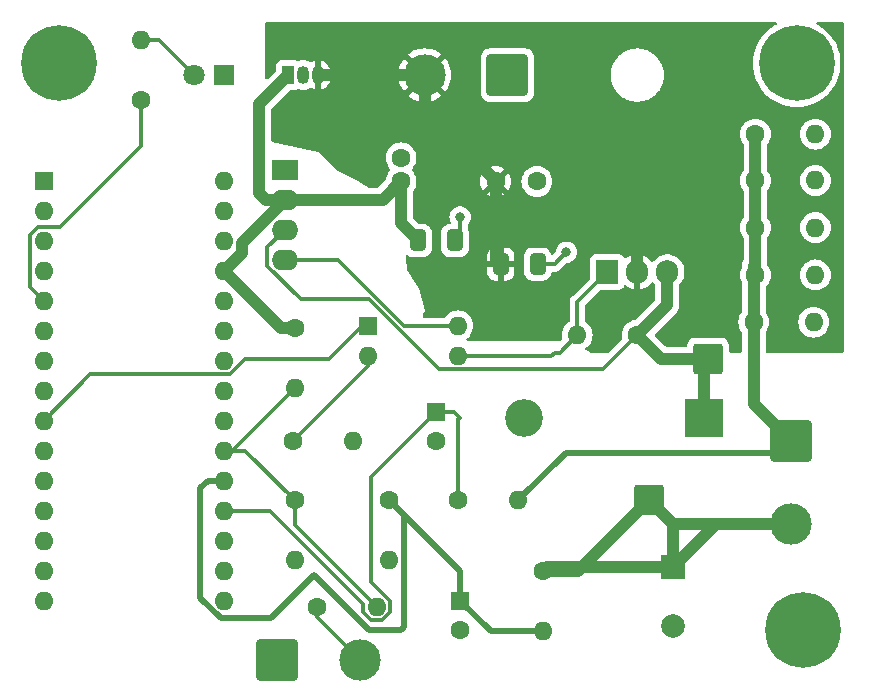
<source format=gbr>
%TF.GenerationSoftware,KiCad,Pcbnew,7.0.2*%
%TF.CreationDate,2023-05-02T00:15:14+02:00*%
%TF.ProjectId,Test1,54657374-312e-46b6-9963-61645f706362,rev?*%
%TF.SameCoordinates,PX669d880PY237a080*%
%TF.FileFunction,Copper,L1,Top*%
%TF.FilePolarity,Positive*%
%FSLAX46Y46*%
G04 Gerber Fmt 4.6, Leading zero omitted, Abs format (unit mm)*
G04 Created by KiCad (PCBNEW 7.0.2) date 2023-05-02 00:15:14*
%MOMM*%
%LPD*%
G01*
G04 APERTURE LIST*
G04 Aperture macros list*
%AMRoundRect*
0 Rectangle with rounded corners*
0 $1 Rounding radius*
0 $2 $3 $4 $5 $6 $7 $8 $9 X,Y pos of 4 corners*
0 Add a 4 corners polygon primitive as box body*
4,1,4,$2,$3,$4,$5,$6,$7,$8,$9,$2,$3,0*
0 Add four circle primitives for the rounded corners*
1,1,$1+$1,$2,$3*
1,1,$1+$1,$4,$5*
1,1,$1+$1,$6,$7*
1,1,$1+$1,$8,$9*
0 Add four rect primitives between the rounded corners*
20,1,$1+$1,$2,$3,$4,$5,0*
20,1,$1+$1,$4,$5,$6,$7,0*
20,1,$1+$1,$6,$7,$8,$9,0*
20,1,$1+$1,$8,$9,$2,$3,0*%
G04 Aperture macros list end*
%TA.AperFunction,ComponentPad*%
%ADD10O,1.600000X1.600000*%
%TD*%
%TA.AperFunction,ComponentPad*%
%ADD11R,1.600000X1.600000*%
%TD*%
%TA.AperFunction,ComponentPad*%
%ADD12C,1.600000*%
%TD*%
%TA.AperFunction,SMDPad,CuDef*%
%ADD13RoundRect,0.250000X-0.412500X-0.650000X0.412500X-0.650000X0.412500X0.650000X-0.412500X0.650000X0*%
%TD*%
%TA.AperFunction,ComponentPad*%
%ADD14R,1.050000X1.500000*%
%TD*%
%TA.AperFunction,ComponentPad*%
%ADD15O,1.050000X1.500000*%
%TD*%
%TA.AperFunction,ComponentPad*%
%ADD16R,1.905000X2.000000*%
%TD*%
%TA.AperFunction,ComponentPad*%
%ADD17O,1.905000X2.000000*%
%TD*%
%TA.AperFunction,ComponentPad*%
%ADD18R,2.250000X1.750000*%
%TD*%
%TA.AperFunction,ComponentPad*%
%ADD19O,2.250000X1.750000*%
%TD*%
%TA.AperFunction,ComponentPad*%
%ADD20RoundRect,0.250002X-1.499998X-1.499998X1.499998X-1.499998X1.499998X1.499998X-1.499998X1.499998X0*%
%TD*%
%TA.AperFunction,ComponentPad*%
%ADD21C,3.500000*%
%TD*%
%TA.AperFunction,ComponentPad*%
%ADD22RoundRect,0.250002X-1.499998X1.499998X-1.499998X-1.499998X1.499998X-1.499998X1.499998X1.499998X0*%
%TD*%
%TA.AperFunction,ComponentPad*%
%ADD23RoundRect,0.249999X-1.025001X-1.025001X1.025001X-1.025001X1.025001X1.025001X-1.025001X1.025001X0*%
%TD*%
%TA.AperFunction,ComponentPad*%
%ADD24RoundRect,0.250002X1.499998X1.499998X-1.499998X1.499998X-1.499998X-1.499998X1.499998X-1.499998X0*%
%TD*%
%TA.AperFunction,ComponentPad*%
%ADD25R,3.200000X3.200000*%
%TD*%
%TA.AperFunction,ComponentPad*%
%ADD26O,3.200000X3.200000*%
%TD*%
%TA.AperFunction,ComponentPad*%
%ADD27R,2.000000X2.000000*%
%TD*%
%TA.AperFunction,ComponentPad*%
%ADD28C,2.000000*%
%TD*%
%TA.AperFunction,ComponentPad*%
%ADD29C,6.400000*%
%TD*%
%TA.AperFunction,ComponentPad*%
%ADD30R,1.800000X1.800000*%
%TD*%
%TA.AperFunction,ComponentPad*%
%ADD31C,1.800000*%
%TD*%
%TA.AperFunction,ViaPad*%
%ADD32C,0.800000*%
%TD*%
%TA.AperFunction,Conductor*%
%ADD33C,0.300000*%
%TD*%
%TA.AperFunction,Conductor*%
%ADD34C,0.500000*%
%TD*%
%TA.AperFunction,Conductor*%
%ADD35C,1.000000*%
%TD*%
G04 APERTURE END LIST*
D10*
%TO.P,U1,4*%
%TO.N,DC_OUT5*%
X37220000Y-26025000D03*
%TO.P,U1,3*%
%TO.N,Net-(Q1-G)*%
X37220000Y-28565000D03*
%TO.P,U1,2*%
%TO.N,Net-(R5-Pad1)*%
X29600000Y-28565000D03*
D11*
%TO.P,U1,1*%
%TO.N,PWM*%
X29600000Y-26025000D03*
%TD*%
D12*
%TO.P,C7,1*%
%TO.N,+5V*%
X32400000Y-13800000D03*
%TO.P,C7,2*%
%TO.N,GND*%
X32400000Y-11800000D03*
%TD*%
%TO.P,R14,1*%
%TO.N,ADC2*%
X23400000Y-40800000D03*
D10*
%TO.P,R14,2*%
%TO.N,GND*%
X23400000Y-45880000D03*
%TD*%
D12*
%TO.P,R13,1*%
%TO.N,Net-(J5-Pin_2)*%
X25260000Y-49800000D03*
D10*
%TO.P,R13,2*%
%TO.N,ADC2*%
X30340000Y-49800000D03*
%TD*%
D12*
%TO.P,R12,1*%
%TO.N,+5V*%
X23400000Y-26180000D03*
D10*
%TO.P,R12,2*%
%TO.N,ADC2*%
X23400000Y-31260000D03*
%TD*%
D12*
%TO.P,R11,1*%
%TO.N,Net-(A1-D2)*%
X10400000Y-6940000D03*
D10*
%TO.P,R11,2*%
%TO.N,Net-(D2-A)*%
X10400000Y-1860000D03*
%TD*%
D12*
%TO.P,R10,1*%
%TO.N,MOTN*%
X62400000Y-21720000D03*
D10*
%TO.P,R10,2*%
%TO.N,GND*%
X67480000Y-21720000D03*
%TD*%
D12*
%TO.P,R9,1*%
%TO.N,MOTN*%
X62260000Y-25720000D03*
D10*
%TO.P,R9,2*%
%TO.N,GND*%
X67340000Y-25720000D03*
%TD*%
D12*
%TO.P,R8,1*%
%TO.N,MOTN*%
X62400000Y-17720000D03*
D10*
%TO.P,R8,2*%
%TO.N,GND*%
X67480000Y-17720000D03*
%TD*%
D12*
%TO.P,R7,1*%
%TO.N,MOTN*%
X62400000Y-13720000D03*
D10*
%TO.P,R7,2*%
%TO.N,GND*%
X67480000Y-13720000D03*
%TD*%
D12*
%TO.P,R6,1*%
%TO.N,MOTN*%
X62400000Y-9800000D03*
D10*
%TO.P,R6,2*%
%TO.N,GND*%
X67480000Y-9800000D03*
%TD*%
D12*
%TO.P,R5,1*%
%TO.N,Net-(R5-Pad1)*%
X23260000Y-35800000D03*
D10*
%TO.P,R5,2*%
%TO.N,GND*%
X28340000Y-35800000D03*
%TD*%
D12*
%TO.P,R4,1*%
%TO.N,ADC0*%
X37260000Y-40800000D03*
D10*
%TO.P,R4,2*%
%TO.N,MOTN*%
X42340000Y-40800000D03*
%TD*%
D12*
%TO.P,R3,1*%
%TO.N,ADC1*%
X31400000Y-40800000D03*
D10*
%TO.P,R3,2*%
%TO.N,GND*%
X31400000Y-45880000D03*
%TD*%
D12*
%TO.P,R2,1*%
%TO.N,MOTP*%
X44400000Y-46800000D03*
D10*
%TO.P,R2,2*%
%TO.N,ADC1*%
X44400000Y-51880000D03*
%TD*%
D12*
%TO.P,R1,1*%
%TO.N,DC_OUT0*%
X52400000Y-26800000D03*
D10*
%TO.P,R1,2*%
%TO.N,Net-(Q1-G)*%
X47320000Y-26800000D03*
%TD*%
D13*
%TO.P,C6,1*%
%TO.N,+5V*%
X33837500Y-18800000D03*
%TO.P,C6,2*%
%TO.N,GND*%
X36962500Y-18800000D03*
%TD*%
%TO.P,C2,1*%
%TO.N,12V*%
X40837500Y-20800000D03*
%TO.P,C2,2*%
%TO.N,GND*%
X43962500Y-20800000D03*
%TD*%
D14*
%TO.P,U2,1,VO*%
%TO.N,+5V*%
X22860000Y-4800000D03*
D15*
%TO.P,U2,2,GND*%
%TO.N,GND*%
X24130000Y-4800000D03*
%TO.P,U2,3,VI*%
%TO.N,12V*%
X25400000Y-4800000D03*
%TD*%
D16*
%TO.P,Q1,1,G*%
%TO.N,Net-(Q1-G)*%
X49860000Y-21460000D03*
D17*
%TO.P,Q1,2,D*%
%TO.N,12V*%
X52400000Y-21460000D03*
%TO.P,Q1,3,S*%
%TO.N,DC_OUT0*%
X54940000Y-21460000D03*
%TD*%
D18*
%TO.P,PS1,1,-Vin*%
%TO.N,GND*%
X22557500Y-12800000D03*
D19*
%TO.P,PS1,2,+Vin*%
%TO.N,+5V*%
X22557500Y-15340000D03*
%TO.P,PS1,3,-Vout*%
%TO.N,DC_OUT0*%
X22557500Y-17880000D03*
%TO.P,PS1,4,+Vout*%
%TO.N,DC_OUT5*%
X22557500Y-20420000D03*
%TD*%
D20*
%TO.P,J5,1,Pin_1*%
%TO.N,GND*%
X21900000Y-54300000D03*
D21*
%TO.P,J5,2,Pin_2*%
%TO.N,Net-(J5-Pin_2)*%
X28900000Y-54300000D03*
%TD*%
D22*
%TO.P,J4,1,Pin_1*%
%TO.N,MOTN*%
X65400000Y-35800000D03*
D21*
%TO.P,J4,2,Pin_2*%
%TO.N,MOTP*%
X65400000Y-42800000D03*
%TD*%
D23*
%TO.P,J3,1,Pin_1*%
%TO.N,MOTP*%
X53400000Y-40800000D03*
%TD*%
%TO.P,J2,1,Pin_1*%
%TO.N,DC_OUT0*%
X58400000Y-28800000D03*
%TD*%
D24*
%TO.P,J1,1,Pin_1*%
%TO.N,GND*%
X41400000Y-4800000D03*
D21*
%TO.P,J1,2,Pin_2*%
%TO.N,12V*%
X34400000Y-4800000D03*
%TD*%
D25*
%TO.P,D1,1,K*%
%TO.N,DC_OUT0*%
X58020000Y-33800000D03*
D26*
%TO.P,D1,2,A*%
%TO.N,GND*%
X42780000Y-33800000D03*
%TD*%
D11*
%TO.P,C5,1*%
%TO.N,ADC0*%
X35400000Y-33300000D03*
D12*
%TO.P,C5,2*%
%TO.N,GND*%
X35400000Y-35800000D03*
%TD*%
D11*
%TO.P,C4,1*%
%TO.N,ADC1*%
X37400000Y-49300000D03*
D12*
%TO.P,C4,2*%
%TO.N,GND*%
X37400000Y-51800000D03*
%TD*%
D27*
%TO.P,C3,1*%
%TO.N,MOTP*%
X55400000Y-46432323D03*
D28*
%TO.P,C3,2*%
%TO.N,GND*%
X55400000Y-51432323D03*
%TD*%
D12*
%TO.P,C1,1*%
%TO.N,12V*%
X40400000Y-13800000D03*
%TO.P,C1,2*%
%TO.N,GND*%
X43900000Y-13800000D03*
%TD*%
D29*
%TO.P,REF\u002A\u002A,1*%
%TO.N,N/C*%
X66400000Y-51800000D03*
%TD*%
D10*
%TO.P,A1,30,VIN*%
%TO.N,unconnected-(A1-VIN-Pad30)*%
X17400000Y-13750000D03*
%TO.P,A1,29,GND*%
%TO.N,GND*%
X17400000Y-16290000D03*
%TO.P,A1,28,~{RESET}*%
%TO.N,unconnected-(A1-~{RESET}-Pad28)*%
X17400000Y-18830000D03*
%TO.P,A1,27,+5V*%
%TO.N,+5V*%
X17400000Y-21370000D03*
%TO.P,A1,26,A7*%
%TO.N,unconnected-(A1-A7-Pad26)*%
X17400000Y-23910000D03*
%TO.P,A1,25,A6*%
%TO.N,unconnected-(A1-A6-Pad25)*%
X17400000Y-26450000D03*
%TO.P,A1,24,A5*%
%TO.N,unconnected-(A1-A5-Pad24)*%
X17400000Y-28990000D03*
%TO.P,A1,23,A4*%
%TO.N,unconnected-(A1-A4-Pad23)*%
X17400000Y-31530000D03*
%TO.P,A1,22,A3*%
%TO.N,unconnected-(A1-A3-Pad22)*%
X17400000Y-34070000D03*
%TO.P,A1,21,A2*%
%TO.N,ADC2*%
X17400000Y-36610000D03*
%TO.P,A1,20,A1*%
%TO.N,ADC1*%
X17400000Y-39150000D03*
%TO.P,A1,19,A0*%
%TO.N,ADC0*%
X17400000Y-41690000D03*
%TO.P,A1,18,AREF*%
%TO.N,unconnected-(A1-AREF-Pad18)*%
X17400000Y-44230000D03*
%TO.P,A1,17,3V3*%
%TO.N,unconnected-(A1-3V3-Pad17)*%
X17400000Y-46770000D03*
%TO.P,A1,16,D13*%
%TO.N,unconnected-(A1-D13-Pad16)*%
X17400000Y-49310000D03*
%TO.P,A1,15,D12*%
%TO.N,unconnected-(A1-D12-Pad15)*%
X2160000Y-49310000D03*
%TO.P,A1,14,D11*%
%TO.N,unconnected-(A1-D11-Pad14)*%
X2160000Y-46770000D03*
%TO.P,A1,13,D10*%
%TO.N,unconnected-(A1-D10-Pad13)*%
X2160000Y-44230000D03*
%TO.P,A1,12,D9*%
%TO.N,unconnected-(A1-D9-Pad12)*%
X2160000Y-41690000D03*
%TO.P,A1,11,D8*%
%TO.N,unconnected-(A1-D8-Pad11)*%
X2160000Y-39150000D03*
%TO.P,A1,10,D7*%
%TO.N,unconnected-(A1-D7-Pad10)*%
X2160000Y-36610000D03*
%TO.P,A1,9,D6*%
%TO.N,PWM*%
X2160000Y-34070000D03*
%TO.P,A1,8,D5*%
%TO.N,unconnected-(A1-D5-Pad8)*%
X2160000Y-31530000D03*
%TO.P,A1,7,D4*%
%TO.N,unconnected-(A1-D4-Pad7)*%
X2160000Y-28990000D03*
%TO.P,A1,6,D3*%
%TO.N,unconnected-(A1-D3-Pad6)*%
X2160000Y-26450000D03*
%TO.P,A1,5,D2*%
%TO.N,Net-(A1-D2)*%
X2160000Y-23910000D03*
%TO.P,A1,4,GND*%
%TO.N,GND*%
X2160000Y-21370000D03*
%TO.P,A1,3,~{RESET}*%
%TO.N,unconnected-(A1-~{RESET}-Pad3)*%
X2160000Y-18830000D03*
%TO.P,A1,2,D0/RX*%
%TO.N,unconnected-(A1-D0{slash}RX-Pad2)*%
X2160000Y-16290000D03*
D11*
%TO.P,A1,1,D1/TX*%
%TO.N,unconnected-(A1-D1{slash}TX-Pad1)*%
X2160000Y-13750000D03*
%TD*%
D30*
%TO.P,D2,1,K*%
%TO.N,GND*%
X17400000Y-4800000D03*
D31*
%TO.P,D2,2,A*%
%TO.N,Net-(D2-A)*%
X14860000Y-4800000D03*
%TD*%
D29*
%TO.P,REF\u002A\u002A,1*%
%TO.N,N/C*%
X65900000Y-3800000D03*
%TD*%
%TO.P,REF\u002A\u002A,1*%
%TO.N,N/C*%
X3400000Y-3800000D03*
%TD*%
D32*
%TO.N,GND*%
X37400000Y-16800000D03*
X46400000Y-19800000D03*
%TD*%
D33*
%TO.N,Net-(R5-Pad1)*%
X29600000Y-29460000D02*
X29600000Y-28565000D01*
X23260000Y-35800000D02*
X29600000Y-29460000D01*
D34*
%TO.N,ADC1*%
X16050000Y-39150000D02*
X17400000Y-39150000D01*
X15400000Y-39800000D02*
X16050000Y-39150000D01*
X15400000Y-49077767D02*
X15400000Y-39800000D01*
X29713883Y-51800000D02*
X25056941Y-47143058D01*
X32400000Y-51800000D02*
X29713883Y-51800000D01*
X32650000Y-51550000D02*
X32400000Y-51800000D01*
X32650000Y-42050000D02*
X32650000Y-51550000D01*
X25056941Y-47143058D02*
X21400000Y-50800000D01*
X21400000Y-50800000D02*
X17122233Y-50800000D01*
X17122233Y-50800000D02*
X15400000Y-49077767D01*
X31400000Y-40800000D02*
X32650000Y-42050000D01*
D33*
%TO.N,PWM*%
X29100000Y-26025000D02*
X26325000Y-28800000D01*
X29600000Y-26025000D02*
X29100000Y-26025000D01*
%TO.N,DC_OUT5*%
X27020000Y-20420000D02*
X22557500Y-20420000D01*
X32625000Y-26025000D02*
X27020000Y-20420000D01*
X37220000Y-26025000D02*
X32625000Y-26025000D01*
%TO.N,DC_OUT0*%
X49485000Y-29715000D02*
X52400000Y-26800000D01*
X29675000Y-23800000D02*
X35590000Y-29715000D01*
X35590000Y-29715000D02*
X49485000Y-29715000D01*
X21082500Y-20982500D02*
X23900000Y-23800000D01*
X21082500Y-19355000D02*
X21082500Y-20982500D01*
X23900000Y-23800000D02*
X29675000Y-23800000D01*
X22557500Y-17880000D02*
X21082500Y-19355000D01*
%TO.N,Net-(Q1-G)*%
X45135000Y-28565000D02*
X37220000Y-28565000D01*
X45820000Y-28300000D02*
X45400000Y-28300000D01*
X47320000Y-26800000D02*
X45820000Y-28300000D01*
X45400000Y-28300000D02*
X45135000Y-28565000D01*
%TO.N,PWM*%
X6090000Y-30140000D02*
X2160000Y-34070000D01*
X17876346Y-30140000D02*
X6090000Y-30140000D01*
X19216346Y-28800000D02*
X17876346Y-30140000D01*
X26325000Y-28800000D02*
X19216346Y-28800000D01*
%TO.N,Net-(J5-Pin_2)*%
X25260000Y-50660000D02*
X25260000Y-49800000D01*
X29400000Y-54800000D02*
X25260000Y-50660000D01*
D34*
%TO.N,ADC1*%
X37400000Y-46800000D02*
X31400000Y-40800000D01*
X37400000Y-49300000D02*
X37400000Y-46800000D01*
X39980000Y-51880000D02*
X37400000Y-49300000D01*
X44400000Y-51880000D02*
X39980000Y-51880000D01*
%TO.N,MOTN*%
X64400000Y-36800000D02*
X65400000Y-35800000D01*
X46340000Y-36800000D02*
X64400000Y-36800000D01*
X42340000Y-40800000D02*
X46340000Y-36800000D01*
D35*
X62260000Y-32660000D02*
X65400000Y-35800000D01*
X62260000Y-25720000D02*
X62260000Y-32660000D01*
X62260000Y-20940000D02*
X62260000Y-25720000D01*
X62400000Y-20800000D02*
X62260000Y-20940000D01*
X62400000Y-20800000D02*
X62400000Y-21720000D01*
X62400000Y-17720000D02*
X62400000Y-20800000D01*
X62400000Y-17720000D02*
X62400000Y-13720000D01*
X62400000Y-9800000D02*
X62400000Y-13720000D01*
D33*
%TO.N,GND*%
X37400000Y-18362500D02*
X36962500Y-18800000D01*
X37400000Y-16800000D02*
X37400000Y-18362500D01*
X45400000Y-20800000D02*
X46400000Y-19800000D01*
X43962500Y-20800000D02*
X45400000Y-20800000D01*
%TO.N,Net-(D2-A)*%
X11920000Y-1860000D02*
X14860000Y-4800000D01*
X10400000Y-1860000D02*
X11920000Y-1860000D01*
%TO.N,Net-(A1-D2)*%
X1683654Y-17680000D02*
X1010000Y-18353654D01*
X3520000Y-17680000D02*
X1683654Y-17680000D01*
X1010000Y-22760000D02*
X2160000Y-23910000D01*
X10400000Y-6940000D02*
X10400000Y-10800000D01*
X10400000Y-10800000D02*
X3520000Y-17680000D01*
X1010000Y-18353654D02*
X1010000Y-22760000D01*
%TO.N,ADC0*%
X21290000Y-41690000D02*
X17400000Y-41690000D01*
X29190000Y-49590000D02*
X21290000Y-41690000D01*
X29190000Y-50276346D02*
X29190000Y-49590000D01*
X29863654Y-50950000D02*
X29190000Y-50276346D01*
X30816346Y-50950000D02*
X29863654Y-50950000D01*
X31490000Y-49323654D02*
X31490000Y-50276346D01*
X31490000Y-50276346D02*
X30816346Y-50950000D01*
X29897106Y-47730760D02*
X31490000Y-49323654D01*
X29897106Y-38802894D02*
X29897106Y-47730760D01*
X35400000Y-33300000D02*
X29897106Y-38802894D01*
X37400000Y-33800000D02*
X36900000Y-33300000D01*
X36900000Y-33300000D02*
X35400000Y-33300000D01*
X37260000Y-33940000D02*
X37400000Y-33800000D01*
X37260000Y-40800000D02*
X37260000Y-33940000D01*
%TO.N,ADC2*%
X23400000Y-42860000D02*
X30340000Y-49800000D01*
X23400000Y-40800000D02*
X23400000Y-42860000D01*
X19210000Y-36610000D02*
X23400000Y-40800000D01*
X17400000Y-36610000D02*
X19210000Y-36610000D01*
X18050000Y-36610000D02*
X17400000Y-36610000D01*
X23400000Y-31260000D02*
X18050000Y-36610000D01*
%TO.N,Net-(Q1-G)*%
X47320000Y-24000000D02*
X49860000Y-21460000D01*
X47320000Y-26800000D02*
X47320000Y-24000000D01*
D35*
%TO.N,DC_OUT0*%
X54940000Y-24260000D02*
X54940000Y-21460000D01*
X52400000Y-26800000D02*
X54940000Y-24260000D01*
X54400000Y-28800000D02*
X52400000Y-26800000D01*
X58400000Y-28800000D02*
X54400000Y-28800000D01*
X58020000Y-29180000D02*
X58400000Y-28800000D01*
X58020000Y-33800000D02*
X58020000Y-29180000D01*
%TO.N,MOTP*%
X44767677Y-46432323D02*
X44400000Y-46800000D01*
X55400000Y-46432323D02*
X44767677Y-46432323D01*
X55400000Y-42800000D02*
X53400000Y-40800000D01*
X65400000Y-42800000D02*
X55400000Y-42800000D01*
X47400000Y-46800000D02*
X44400000Y-46800000D01*
X53400000Y-40800000D02*
X47400000Y-46800000D01*
X55400000Y-46432323D02*
X55400000Y-42800000D01*
X59032323Y-42800000D02*
X55400000Y-46432323D01*
X65400000Y-42800000D02*
X59032323Y-42800000D01*
%TO.N,+5V*%
X22210000Y-26180000D02*
X17400000Y-21370000D01*
X23400000Y-26180000D02*
X22210000Y-26180000D01*
X20400000Y-14807500D02*
X20400000Y-7260000D01*
X20400000Y-7260000D02*
X22860000Y-4800000D01*
X20932500Y-15340000D02*
X20400000Y-14807500D01*
X22557500Y-15340000D02*
X20932500Y-15340000D01*
X18900000Y-19870000D02*
X17400000Y-21370000D01*
X18900000Y-18997500D02*
X18900000Y-19870000D01*
X22557500Y-15340000D02*
X18900000Y-18997500D01*
X32400000Y-17362500D02*
X33837500Y-18800000D01*
X32400000Y-13800000D02*
X32400000Y-17362500D01*
X30860000Y-15340000D02*
X32400000Y-13800000D01*
X22557500Y-15340000D02*
X30860000Y-15340000D01*
%TO.N,12V*%
X42400000Y-17800000D02*
X40400000Y-15800000D01*
X52400000Y-17800000D02*
X42400000Y-17800000D01*
X40400000Y-15800000D02*
X40400000Y-20362500D01*
X40400000Y-13800000D02*
X40400000Y-15800000D01*
X52400000Y-21460000D02*
X52400000Y-17800000D01*
X34400000Y-4800000D02*
X25400000Y-4800000D01*
X40400000Y-20362500D02*
X40837500Y-20800000D01*
X34400000Y-4800000D02*
X34400000Y-7800000D01*
X34400000Y-7800000D02*
X40400000Y-13800000D01*
%TD*%
%TA.AperFunction,Conductor*%
%TO.N,12V*%
G36*
X64168627Y-319685D02*
G01*
X64214382Y-372489D01*
X64224326Y-441647D01*
X64195301Y-505203D01*
X64157883Y-534485D01*
X64050104Y-589400D01*
X64050090Y-589408D01*
X64047211Y-590875D01*
X64044491Y-592641D01*
X64044483Y-592646D01*
X63724644Y-800352D01*
X63724638Y-800355D01*
X63721916Y-802124D01*
X63719396Y-804164D01*
X63719390Y-804169D01*
X63423002Y-1044179D01*
X63422991Y-1044188D01*
X63420484Y-1046219D01*
X63418199Y-1048503D01*
X63418189Y-1048513D01*
X63148513Y-1318189D01*
X63148503Y-1318199D01*
X63146219Y-1320484D01*
X63144188Y-1322991D01*
X63144179Y-1323002D01*
X62904169Y-1619390D01*
X62904164Y-1619396D01*
X62902124Y-1621916D01*
X62900355Y-1624638D01*
X62900352Y-1624644D01*
X62692646Y-1944483D01*
X62692641Y-1944491D01*
X62690875Y-1947211D01*
X62689408Y-1950090D01*
X62689400Y-1950104D01*
X62516259Y-2289913D01*
X62516251Y-2289929D01*
X62514786Y-2292806D01*
X62513625Y-2295828D01*
X62513622Y-2295837D01*
X62376946Y-2651889D01*
X62376941Y-2651902D01*
X62375786Y-2654913D01*
X62374950Y-2658031D01*
X62374947Y-2658042D01*
X62276237Y-3026433D01*
X62276234Y-3026446D01*
X62275398Y-3029567D01*
X62274892Y-3032758D01*
X62274889Y-3032775D01*
X62215229Y-3409456D01*
X62215227Y-3409470D01*
X62214722Y-3412662D01*
X62214552Y-3415894D01*
X62214552Y-3415900D01*
X62201113Y-3672336D01*
X62194422Y-3800000D01*
X62194592Y-3803243D01*
X62211605Y-4127876D01*
X62214722Y-4187338D01*
X62215227Y-4190531D01*
X62215229Y-4190543D01*
X62274889Y-4567224D01*
X62274891Y-4567237D01*
X62275398Y-4570433D01*
X62276235Y-4573557D01*
X62276237Y-4573566D01*
X62374947Y-4941957D01*
X62375786Y-4945087D01*
X62376943Y-4948102D01*
X62376946Y-4948110D01*
X62483592Y-5225932D01*
X62514786Y-5307194D01*
X62516255Y-5310077D01*
X62516259Y-5310086D01*
X62689400Y-5649895D01*
X62690875Y-5652789D01*
X62902124Y-5978084D01*
X63146219Y-6279516D01*
X63420484Y-6553781D01*
X63721916Y-6797876D01*
X64047211Y-7009125D01*
X64099558Y-7035797D01*
X64266311Y-7120762D01*
X64392806Y-7185214D01*
X64754913Y-7324214D01*
X65129567Y-7424602D01*
X65512662Y-7485278D01*
X65900000Y-7505578D01*
X66287338Y-7485278D01*
X66670433Y-7424602D01*
X67045087Y-7324214D01*
X67407194Y-7185214D01*
X67752789Y-7009125D01*
X68078084Y-6797876D01*
X68379516Y-6553781D01*
X68653781Y-6279516D01*
X68897876Y-5978084D01*
X69109125Y-5652789D01*
X69285214Y-5307194D01*
X69424214Y-4945087D01*
X69524602Y-4570433D01*
X69585278Y-4187338D01*
X69605578Y-3800000D01*
X69585278Y-3412662D01*
X69524602Y-3029567D01*
X69424214Y-2654913D01*
X69285214Y-2292806D01*
X69109125Y-1947211D01*
X68897876Y-1621916D01*
X68653781Y-1320484D01*
X68379516Y-1046219D01*
X68078084Y-802124D01*
X67752789Y-590875D01*
X67749901Y-589403D01*
X67749895Y-589400D01*
X67642117Y-534485D01*
X67591321Y-486511D01*
X67574526Y-418690D01*
X67597063Y-352555D01*
X67651778Y-309103D01*
X67698412Y-300000D01*
X69776000Y-300000D01*
X69843039Y-319685D01*
X69888794Y-372489D01*
X69900000Y-424000D01*
X69900000Y-28176000D01*
X69880315Y-28243039D01*
X69827511Y-28288794D01*
X69776000Y-28300000D01*
X63384500Y-28300000D01*
X63317461Y-28280315D01*
X63271706Y-28227511D01*
X63260500Y-28176000D01*
X63260500Y-26597588D01*
X63280185Y-26530549D01*
X63282925Y-26526465D01*
X63390568Y-26372734D01*
X63486739Y-26166496D01*
X63545635Y-25946692D01*
X63565468Y-25720000D01*
X63565468Y-25719999D01*
X66034531Y-25719999D01*
X66054364Y-25946689D01*
X66113261Y-26166497D01*
X66209432Y-26372735D01*
X66339953Y-26559140D01*
X66500859Y-26720046D01*
X66687264Y-26850567D01*
X66687265Y-26850567D01*
X66687266Y-26850568D01*
X66893504Y-26946739D01*
X67113308Y-27005635D01*
X67340000Y-27025468D01*
X67566692Y-27005635D01*
X67786496Y-26946739D01*
X67992734Y-26850568D01*
X68179139Y-26720047D01*
X68340047Y-26559139D01*
X68470568Y-26372734D01*
X68566739Y-26166496D01*
X68625635Y-25946692D01*
X68645468Y-25720000D01*
X68625635Y-25493308D01*
X68566739Y-25273504D01*
X68470568Y-25067266D01*
X68440941Y-25024953D01*
X68340046Y-24880859D01*
X68179140Y-24719953D01*
X67992735Y-24589432D01*
X67786497Y-24493261D01*
X67566689Y-24434364D01*
X67340000Y-24414531D01*
X67113310Y-24434364D01*
X66893502Y-24493261D01*
X66687264Y-24589432D01*
X66500859Y-24719953D01*
X66339953Y-24880859D01*
X66209432Y-25067264D01*
X66113261Y-25273502D01*
X66054364Y-25493310D01*
X66034531Y-25719999D01*
X63565468Y-25719999D01*
X63545635Y-25493308D01*
X63486739Y-25273504D01*
X63390568Y-25067266D01*
X63360941Y-25024953D01*
X63282925Y-24913533D01*
X63260597Y-24847326D01*
X63260500Y-24842410D01*
X63260500Y-22750048D01*
X63280185Y-22683009D01*
X63296814Y-22662371D01*
X63400047Y-22559139D01*
X63530568Y-22372734D01*
X63626739Y-22166496D01*
X63685635Y-21946692D01*
X63705468Y-21720000D01*
X63705468Y-21719999D01*
X66174531Y-21719999D01*
X66194364Y-21946689D01*
X66253261Y-22166497D01*
X66349432Y-22372735D01*
X66479953Y-22559140D01*
X66640859Y-22720046D01*
X66827264Y-22850567D01*
X66827265Y-22850567D01*
X66827266Y-22850568D01*
X67033504Y-22946739D01*
X67253308Y-23005635D01*
X67480000Y-23025468D01*
X67706692Y-23005635D01*
X67926496Y-22946739D01*
X68132734Y-22850568D01*
X68319139Y-22720047D01*
X68480047Y-22559139D01*
X68610568Y-22372734D01*
X68706739Y-22166496D01*
X68765635Y-21946692D01*
X68785468Y-21720000D01*
X68765635Y-21493308D01*
X68706739Y-21273504D01*
X68610568Y-21067266D01*
X68606233Y-21061074D01*
X68480046Y-20880859D01*
X68319140Y-20719953D01*
X68132735Y-20589432D01*
X67926497Y-20493261D01*
X67706689Y-20434364D01*
X67480000Y-20414531D01*
X67253310Y-20434364D01*
X67033502Y-20493261D01*
X66827264Y-20589432D01*
X66640859Y-20719953D01*
X66479953Y-20880859D01*
X66349432Y-21067264D01*
X66253261Y-21273502D01*
X66194364Y-21493310D01*
X66174531Y-21719999D01*
X63705468Y-21719999D01*
X63685635Y-21493308D01*
X63626739Y-21273504D01*
X63530568Y-21067266D01*
X63526232Y-21061074D01*
X63440823Y-20939095D01*
X63422947Y-20913566D01*
X63400621Y-20847361D01*
X63400880Y-20833044D01*
X63405337Y-20774524D01*
X63401493Y-20744339D01*
X63400500Y-20728676D01*
X63400500Y-18597588D01*
X63420185Y-18530549D01*
X63422925Y-18526465D01*
X63480602Y-18444093D01*
X63530568Y-18372734D01*
X63626739Y-18166496D01*
X63685635Y-17946692D01*
X63705468Y-17720000D01*
X66174531Y-17720000D01*
X66194364Y-17946689D01*
X66253261Y-18166497D01*
X66349432Y-18372735D01*
X66479953Y-18559140D01*
X66640859Y-18720046D01*
X66827264Y-18850567D01*
X66827265Y-18850567D01*
X66827266Y-18850568D01*
X67033504Y-18946739D01*
X67253308Y-19005635D01*
X67480000Y-19025468D01*
X67706692Y-19005635D01*
X67926496Y-18946739D01*
X68132734Y-18850568D01*
X68319139Y-18720047D01*
X68480047Y-18559139D01*
X68610568Y-18372734D01*
X68706739Y-18166496D01*
X68765635Y-17946692D01*
X68785468Y-17720000D01*
X68765635Y-17493308D01*
X68706739Y-17273504D01*
X68610568Y-17067266D01*
X68555246Y-16988256D01*
X68480046Y-16880859D01*
X68319140Y-16719953D01*
X68132735Y-16589432D01*
X67926497Y-16493261D01*
X67706689Y-16434364D01*
X67480000Y-16414531D01*
X67253310Y-16434364D01*
X67033502Y-16493261D01*
X66827264Y-16589432D01*
X66640859Y-16719953D01*
X66479953Y-16880859D01*
X66349432Y-17067264D01*
X66253261Y-17273502D01*
X66194364Y-17493310D01*
X66174531Y-17720000D01*
X63705468Y-17720000D01*
X63704125Y-17704655D01*
X63691902Y-17564938D01*
X63685635Y-17493308D01*
X63626739Y-17273504D01*
X63530568Y-17067266D01*
X63524868Y-17059125D01*
X63422925Y-16913533D01*
X63400597Y-16847326D01*
X63400500Y-16842410D01*
X63400500Y-14597588D01*
X63420185Y-14530549D01*
X63422925Y-14526465D01*
X63530568Y-14372734D01*
X63626739Y-14166496D01*
X63685635Y-13946692D01*
X63705468Y-13720000D01*
X63705468Y-13719999D01*
X66174531Y-13719999D01*
X66194364Y-13946689D01*
X66253261Y-14166497D01*
X66349432Y-14372735D01*
X66479953Y-14559140D01*
X66640859Y-14720046D01*
X66827264Y-14850567D01*
X66827265Y-14850567D01*
X66827266Y-14850568D01*
X67033504Y-14946739D01*
X67253308Y-15005635D01*
X67480000Y-15025468D01*
X67706692Y-15005635D01*
X67926496Y-14946739D01*
X68132734Y-14850568D01*
X68319139Y-14720047D01*
X68480047Y-14559139D01*
X68610568Y-14372734D01*
X68706739Y-14166496D01*
X68765635Y-13946692D01*
X68785468Y-13720000D01*
X68765635Y-13493308D01*
X68706739Y-13273504D01*
X68610568Y-13067266D01*
X68500065Y-12909449D01*
X68480046Y-12880859D01*
X68319140Y-12719953D01*
X68132735Y-12589432D01*
X67926497Y-12493261D01*
X67706689Y-12434364D01*
X67480000Y-12414531D01*
X67253310Y-12434364D01*
X67033502Y-12493261D01*
X66827264Y-12589432D01*
X66640859Y-12719953D01*
X66479953Y-12880859D01*
X66349432Y-13067264D01*
X66253261Y-13273502D01*
X66194364Y-13493310D01*
X66174531Y-13719999D01*
X63705468Y-13719999D01*
X63685635Y-13493308D01*
X63626739Y-13273504D01*
X63530568Y-13067266D01*
X63530567Y-13067264D01*
X63422925Y-12913533D01*
X63400597Y-12847326D01*
X63400500Y-12842410D01*
X63400500Y-10677588D01*
X63420185Y-10610549D01*
X63422925Y-10606465D01*
X63530568Y-10452734D01*
X63626739Y-10246496D01*
X63685635Y-10026692D01*
X63705468Y-9800000D01*
X66174531Y-9800000D01*
X66194364Y-10026689D01*
X66253261Y-10246497D01*
X66349432Y-10452735D01*
X66479953Y-10639140D01*
X66640859Y-10800046D01*
X66827264Y-10930567D01*
X66827265Y-10930567D01*
X66827266Y-10930568D01*
X67033504Y-11026739D01*
X67253308Y-11085635D01*
X67404436Y-11098857D01*
X67479999Y-11105468D01*
X67479999Y-11105467D01*
X67480000Y-11105468D01*
X67706692Y-11085635D01*
X67926496Y-11026739D01*
X68132734Y-10930568D01*
X68319139Y-10800047D01*
X68480047Y-10639139D01*
X68610568Y-10452734D01*
X68706739Y-10246496D01*
X68765635Y-10026692D01*
X68785468Y-9800000D01*
X68765635Y-9573308D01*
X68706739Y-9353504D01*
X68610568Y-9147266D01*
X68480047Y-8960861D01*
X68480046Y-8960859D01*
X68319140Y-8799953D01*
X68132735Y-8669432D01*
X67926497Y-8573261D01*
X67706689Y-8514364D01*
X67479999Y-8494531D01*
X67253310Y-8514364D01*
X67033502Y-8573261D01*
X66827264Y-8669432D01*
X66640859Y-8799953D01*
X66479953Y-8960859D01*
X66349432Y-9147264D01*
X66253261Y-9353502D01*
X66194364Y-9573310D01*
X66174531Y-9800000D01*
X63705468Y-9800000D01*
X63685635Y-9573308D01*
X63626739Y-9353504D01*
X63530568Y-9147266D01*
X63400047Y-8960861D01*
X63400046Y-8960859D01*
X63239140Y-8799953D01*
X63052735Y-8669432D01*
X62846497Y-8573261D01*
X62626689Y-8514364D01*
X62400000Y-8494531D01*
X62173310Y-8514364D01*
X61953502Y-8573261D01*
X61747264Y-8669432D01*
X61560859Y-8799953D01*
X61399953Y-8960859D01*
X61269432Y-9147264D01*
X61173261Y-9353502D01*
X61114364Y-9573310D01*
X61094531Y-9800000D01*
X61114364Y-10026689D01*
X61114365Y-10026692D01*
X61173261Y-10246496D01*
X61269432Y-10452734D01*
X61312585Y-10514364D01*
X61377075Y-10606465D01*
X61399402Y-10672671D01*
X61399500Y-10677588D01*
X61399500Y-12842410D01*
X61379815Y-12909449D01*
X61377075Y-12913533D01*
X61269432Y-13067264D01*
X61173261Y-13273502D01*
X61114364Y-13493310D01*
X61094531Y-13719999D01*
X61114364Y-13946689D01*
X61173261Y-14166497D01*
X61210566Y-14246496D01*
X61269432Y-14372734D01*
X61376379Y-14525472D01*
X61377075Y-14526465D01*
X61399402Y-14592671D01*
X61399500Y-14597588D01*
X61399500Y-16842410D01*
X61379815Y-16909449D01*
X61377075Y-16913533D01*
X61269432Y-17067264D01*
X61173261Y-17273502D01*
X61114364Y-17493310D01*
X61094531Y-17719999D01*
X61114364Y-17946689D01*
X61173261Y-18166497D01*
X61269432Y-18372734D01*
X61377075Y-18526465D01*
X61399402Y-18592671D01*
X61399500Y-18597588D01*
X61399500Y-20386042D01*
X61383787Y-20439553D01*
X61385677Y-20440365D01*
X61357439Y-20506164D01*
X61353399Y-20514671D01*
X61326090Y-20566952D01*
X61317720Y-20596201D01*
X61312459Y-20610978D01*
X61300460Y-20638942D01*
X61288587Y-20696713D01*
X61286342Y-20705860D01*
X61270113Y-20762580D01*
X61267802Y-20792925D01*
X61265622Y-20808466D01*
X61259500Y-20838258D01*
X61259500Y-20897241D01*
X61259142Y-20906655D01*
X61254663Y-20965477D01*
X61258506Y-20995651D01*
X61259500Y-21011317D01*
X61259500Y-21061074D01*
X61247882Y-21113479D01*
X61173261Y-21273501D01*
X61114364Y-21493310D01*
X61094531Y-21719999D01*
X61114364Y-21946689D01*
X61173261Y-22166497D01*
X61247882Y-22326519D01*
X61259500Y-22378924D01*
X61259500Y-24842410D01*
X61239815Y-24909449D01*
X61237075Y-24913533D01*
X61129432Y-25067264D01*
X61033261Y-25273502D01*
X60974364Y-25493310D01*
X60954531Y-25720000D01*
X60974364Y-25946689D01*
X60978161Y-25960861D01*
X61033261Y-26166496D01*
X61129432Y-26372734D01*
X61198585Y-26471496D01*
X61237075Y-26526465D01*
X61259402Y-26592671D01*
X61259500Y-26597588D01*
X61259500Y-28176000D01*
X61239815Y-28243039D01*
X61187011Y-28288794D01*
X61135500Y-28300000D01*
X60400000Y-28300000D01*
X60299500Y-28300000D01*
X60232461Y-28280315D01*
X60186706Y-28227511D01*
X60175500Y-28176000D01*
X60175500Y-27728138D01*
X60175500Y-27724990D01*
X60167557Y-27647240D01*
X60164999Y-27622201D01*
X60146029Y-27564953D01*
X60109814Y-27455665D01*
X60029527Y-27325499D01*
X60017711Y-27306342D01*
X59893657Y-27182288D01*
X59744335Y-27090186D01*
X59577798Y-27035000D01*
X59478142Y-27024819D01*
X59478123Y-27024818D01*
X59475010Y-27024500D01*
X57324990Y-27024500D01*
X57321877Y-27024817D01*
X57321857Y-27024819D01*
X57222201Y-27035000D01*
X57055664Y-27090186D01*
X56906342Y-27182288D01*
X56782288Y-27306342D01*
X56690186Y-27455664D01*
X56635000Y-27622201D01*
X56628268Y-27688103D01*
X56601872Y-27752794D01*
X56544691Y-27792946D01*
X56504910Y-27799500D01*
X54865783Y-27799500D01*
X54798744Y-27779815D01*
X54778102Y-27763181D01*
X53902601Y-26887680D01*
X53869116Y-26826357D01*
X53874100Y-26756665D01*
X53902599Y-26712320D01*
X55637409Y-24977510D01*
X55639579Y-24975394D01*
X55703053Y-24915059D01*
X55736763Y-24866624D01*
X55742405Y-24859141D01*
X55779697Y-24813408D01*
X55793786Y-24786433D01*
X55801908Y-24773027D01*
X55819295Y-24748049D01*
X55842568Y-24693815D01*
X55846590Y-24685346D01*
X55873909Y-24633049D01*
X55882275Y-24603808D01*
X55887539Y-24589019D01*
X55899540Y-24561058D01*
X55911417Y-24503256D01*
X55913652Y-24494148D01*
X55929886Y-24437418D01*
X55932196Y-24407078D01*
X55934376Y-24391540D01*
X55940500Y-24361742D01*
X55940500Y-24302754D01*
X55940858Y-24293339D01*
X55941195Y-24288912D01*
X55945337Y-24234524D01*
X55941493Y-24204339D01*
X55940500Y-24188676D01*
X55940500Y-22614394D01*
X55960185Y-22547355D01*
X55973270Y-22530411D01*
X55973271Y-22530410D01*
X56090551Y-22403010D01*
X56222255Y-22201422D01*
X56318983Y-21980905D01*
X56378095Y-21747476D01*
X56393000Y-21567600D01*
X56393000Y-21352400D01*
X56378095Y-21172524D01*
X56318983Y-20939095D01*
X56222255Y-20718578D01*
X56090551Y-20516990D01*
X55927463Y-20339829D01*
X55737439Y-20191928D01*
X55525664Y-20077321D01*
X55525660Y-20077319D01*
X55525659Y-20077319D01*
X55297915Y-19999134D01*
X55060399Y-19959500D01*
X54819601Y-19959500D01*
X54582084Y-19999134D01*
X54354340Y-20077319D01*
X54354336Y-20077320D01*
X54354336Y-20077321D01*
X54248100Y-20134813D01*
X54142559Y-20191929D01*
X53952536Y-20339829D01*
X53789446Y-20516992D01*
X53773508Y-20541388D01*
X53720361Y-20586743D01*
X53651129Y-20596165D01*
X53587794Y-20566662D01*
X53565892Y-20541385D01*
X53550153Y-20517294D01*
X53387126Y-20340201D01*
X53197164Y-20192348D01*
X52985460Y-20077780D01*
X52757792Y-19999619D01*
X52650000Y-19981633D01*
X52650000Y-20968316D01*
X52621181Y-20950791D01*
X52475596Y-20910000D01*
X52362378Y-20910000D01*
X52250217Y-20925416D01*
X52150000Y-20968946D01*
X52150000Y-19981633D01*
X52149999Y-19981633D01*
X52042207Y-19999619D01*
X51814539Y-20077780D01*
X51602835Y-20192348D01*
X51460252Y-20303324D01*
X51395258Y-20328966D01*
X51326718Y-20315399D01*
X51276393Y-20266930D01*
X51267910Y-20248810D01*
X51256296Y-20217669D01*
X51170046Y-20102454D01*
X51054831Y-20016204D01*
X50919983Y-19965909D01*
X50860373Y-19959500D01*
X50857050Y-19959500D01*
X48862939Y-19959500D01*
X48862920Y-19959500D01*
X48859628Y-19959501D01*
X48856348Y-19959853D01*
X48856340Y-19959854D01*
X48800015Y-19965909D01*
X48665169Y-20016204D01*
X48549954Y-20102454D01*
X48463704Y-20217668D01*
X48413409Y-20352516D01*
X48409805Y-20386042D01*
X48407000Y-20412127D01*
X48407000Y-20415448D01*
X48407000Y-20415449D01*
X48407000Y-21941691D01*
X48387315Y-22008730D01*
X48370681Y-22029372D01*
X46920484Y-23479568D01*
X46903831Y-23492910D01*
X46854133Y-23545833D01*
X46851428Y-23548625D01*
X46831089Y-23568965D01*
X46828713Y-23572027D01*
X46828702Y-23572040D01*
X46828378Y-23572459D01*
X46820806Y-23581323D01*
X46789550Y-23614607D01*
X46779322Y-23633212D01*
X46768645Y-23649467D01*
X46755636Y-23666238D01*
X46737506Y-23708132D01*
X46732370Y-23718616D01*
X46710372Y-23758632D01*
X46705091Y-23779199D01*
X46698791Y-23797600D01*
X46690364Y-23817074D01*
X46683223Y-23862161D01*
X46680855Y-23873598D01*
X46669500Y-23917824D01*
X46669500Y-23939045D01*
X46667973Y-23958444D01*
X46664653Y-23979403D01*
X46668950Y-24024858D01*
X46669500Y-24036528D01*
X46669500Y-25603316D01*
X46649815Y-25670355D01*
X46616623Y-25704891D01*
X46480860Y-25799952D01*
X46319953Y-25960859D01*
X46189432Y-26147264D01*
X46093261Y-26353502D01*
X46034364Y-26573310D01*
X46014531Y-26799999D01*
X46034364Y-27026688D01*
X46045209Y-27067162D01*
X46043546Y-27137012D01*
X46013115Y-27186937D01*
X45936371Y-27263681D01*
X45875050Y-27297166D01*
X45848691Y-27300000D01*
X38059743Y-27300000D01*
X37992704Y-27280315D01*
X37946949Y-27227511D01*
X37937005Y-27158353D01*
X37966030Y-27094797D01*
X37988620Y-27074425D01*
X38044923Y-27035001D01*
X38059139Y-27025047D01*
X38220047Y-26864139D01*
X38350568Y-26677734D01*
X38446739Y-26471496D01*
X38505635Y-26251692D01*
X38525468Y-26025000D01*
X38505635Y-25798308D01*
X38446739Y-25578504D01*
X38350568Y-25372266D01*
X38328579Y-25340861D01*
X38220046Y-25185859D01*
X38059140Y-25024953D01*
X37872735Y-24894432D01*
X37666497Y-24798261D01*
X37446689Y-24739364D01*
X37220000Y-24719531D01*
X36993310Y-24739364D01*
X36773502Y-24798261D01*
X36567264Y-24894432D01*
X36380859Y-25024953D01*
X36219953Y-25185859D01*
X36124892Y-25321623D01*
X36070316Y-25365248D01*
X36023317Y-25374500D01*
X34353352Y-25374500D01*
X34286313Y-25354815D01*
X34240558Y-25302011D01*
X34230614Y-25232853D01*
X34238221Y-25204447D01*
X34293094Y-25067264D01*
X34400000Y-24800000D01*
X33900000Y-22800000D01*
X33851767Y-22727651D01*
X32917466Y-21326199D01*
X32897149Y-21268642D01*
X32877272Y-21050000D01*
X39675001Y-21050000D01*
X39675001Y-21496829D01*
X39675321Y-21503111D01*
X39685493Y-21602695D01*
X39740642Y-21769122D01*
X39832683Y-21918345D01*
X39956654Y-22042316D01*
X40105877Y-22134357D01*
X40272303Y-22189506D01*
X40371890Y-22199680D01*
X40378168Y-22199999D01*
X40587499Y-22199999D01*
X40587500Y-22199998D01*
X40587500Y-21050000D01*
X41087500Y-21050000D01*
X41087500Y-22199999D01*
X41296829Y-22199999D01*
X41303111Y-22199678D01*
X41402695Y-22189506D01*
X41569122Y-22134357D01*
X41718345Y-22042316D01*
X41842316Y-21918345D01*
X41934357Y-21769122D01*
X41989506Y-21602696D01*
X41999680Y-21503109D01*
X41999998Y-21496878D01*
X42799500Y-21496878D01*
X42799501Y-21500008D01*
X42799820Y-21503140D01*
X42799821Y-21503141D01*
X42810000Y-21602796D01*
X42865186Y-21769334D01*
X42957288Y-21918657D01*
X43081342Y-22042711D01*
X43081344Y-22042712D01*
X43230666Y-22134814D01*
X43326276Y-22166496D01*
X43397202Y-22189999D01*
X43496858Y-22200180D01*
X43496859Y-22200180D01*
X43499991Y-22200500D01*
X44425008Y-22200499D01*
X44527797Y-22189999D01*
X44694334Y-22134814D01*
X44843656Y-22042712D01*
X44967712Y-21918656D01*
X45059814Y-21769334D01*
X45114999Y-21602797D01*
X45119177Y-21561898D01*
X45145572Y-21497207D01*
X45202753Y-21457055D01*
X45242535Y-21450500D01*
X45314495Y-21450500D01*
X45335704Y-21452841D01*
X45338294Y-21452759D01*
X45338296Y-21452760D01*
X45408262Y-21450560D01*
X45412157Y-21450500D01*
X45437025Y-21450500D01*
X45440925Y-21450500D01*
X45445294Y-21449947D01*
X45456939Y-21449030D01*
X45502569Y-21447597D01*
X45522949Y-21441675D01*
X45541989Y-21437732D01*
X45563058Y-21435071D01*
X45605520Y-21418258D01*
X45616557Y-21414480D01*
X45660398Y-21401744D01*
X45678670Y-21390936D01*
X45696136Y-21382380D01*
X45715871Y-21374568D01*
X45752816Y-21347725D01*
X45762548Y-21341332D01*
X45801865Y-21318081D01*
X45816874Y-21303071D01*
X45831663Y-21290439D01*
X45848837Y-21277963D01*
X45877946Y-21242774D01*
X45885790Y-21234154D01*
X46383126Y-20736819D01*
X46444450Y-20703334D01*
X46470808Y-20700500D01*
X46494648Y-20700500D01*
X46618083Y-20674262D01*
X46679803Y-20661144D01*
X46852730Y-20584151D01*
X46852729Y-20584151D01*
X47005870Y-20472889D01*
X47063547Y-20408833D01*
X47132533Y-20332216D01*
X47227179Y-20168284D01*
X47285674Y-19988256D01*
X47305460Y-19800000D01*
X47285674Y-19611744D01*
X47227179Y-19431716D01*
X47227179Y-19431715D01*
X47132533Y-19267783D01*
X47005870Y-19127110D01*
X46852730Y-19015848D01*
X46679802Y-18938855D01*
X46494648Y-18899500D01*
X46494646Y-18899500D01*
X46305354Y-18899500D01*
X46305352Y-18899500D01*
X46120197Y-18938855D01*
X45947269Y-19015848D01*
X45794129Y-19127110D01*
X45667466Y-19267783D01*
X45572820Y-19431715D01*
X45514326Y-19611742D01*
X45500831Y-19740143D01*
X45474246Y-19804757D01*
X45465191Y-19814862D01*
X45298928Y-19981125D01*
X45237605Y-20014610D01*
X45167913Y-20009626D01*
X45111980Y-19967754D01*
X45093541Y-19932448D01*
X45088971Y-19918656D01*
X45059814Y-19830666D01*
X44967712Y-19681344D01*
X44967711Y-19681342D01*
X44843657Y-19557288D01*
X44694334Y-19465186D01*
X44527797Y-19410000D01*
X44428141Y-19399819D01*
X44428122Y-19399818D01*
X44425009Y-19399500D01*
X44421860Y-19399500D01*
X43503141Y-19399500D01*
X43503121Y-19399500D01*
X43499992Y-19399501D01*
X43496860Y-19399820D01*
X43496858Y-19399821D01*
X43397203Y-19410000D01*
X43230665Y-19465186D01*
X43081342Y-19557288D01*
X42957288Y-19681342D01*
X42865186Y-19830665D01*
X42810000Y-19997202D01*
X42799819Y-20096858D01*
X42799817Y-20096878D01*
X42799500Y-20099991D01*
X42799500Y-20103138D01*
X42799500Y-20103139D01*
X42799500Y-21496859D01*
X42799500Y-21496878D01*
X41999998Y-21496878D01*
X42000000Y-21496831D01*
X42000000Y-21050000D01*
X41087500Y-21050000D01*
X40587500Y-21050000D01*
X39675001Y-21050000D01*
X32877272Y-21050000D01*
X32831818Y-20550000D01*
X39675000Y-20550000D01*
X40587500Y-20550000D01*
X40587500Y-19400000D01*
X41087500Y-19400000D01*
X41087500Y-20550000D01*
X41999999Y-20550000D01*
X41999999Y-20103170D01*
X41999678Y-20096888D01*
X41989506Y-19997304D01*
X41934357Y-19830877D01*
X41842316Y-19681654D01*
X41718345Y-19557683D01*
X41569122Y-19465642D01*
X41402696Y-19410493D01*
X41303109Y-19400319D01*
X41296832Y-19400000D01*
X41087500Y-19400000D01*
X40587500Y-19400000D01*
X40378171Y-19400000D01*
X40371888Y-19400321D01*
X40272304Y-19410493D01*
X40105877Y-19465642D01*
X39956654Y-19557683D01*
X39832683Y-19681654D01*
X39740642Y-19830877D01*
X39685493Y-19997303D01*
X39675319Y-20096890D01*
X39675000Y-20103168D01*
X39675000Y-20550000D01*
X32831818Y-20550000D01*
X32798012Y-20178136D01*
X32811546Y-20109592D01*
X32859991Y-20059244D01*
X32927965Y-20043081D01*
X32986596Y-20061372D01*
X33105666Y-20134814D01*
X33188934Y-20162406D01*
X33272202Y-20189999D01*
X33371858Y-20200180D01*
X33371859Y-20200180D01*
X33374991Y-20200500D01*
X34300008Y-20200499D01*
X34402797Y-20189999D01*
X34569334Y-20134814D01*
X34718656Y-20042712D01*
X34842712Y-19918656D01*
X34934814Y-19769334D01*
X34989999Y-19602797D01*
X35000500Y-19500009D01*
X35000500Y-19496878D01*
X35799500Y-19496878D01*
X35799501Y-19500008D01*
X35799820Y-19503140D01*
X35799821Y-19503141D01*
X35810000Y-19602796D01*
X35865186Y-19769334D01*
X35957288Y-19918657D01*
X36081342Y-20042711D01*
X36081344Y-20042712D01*
X36230666Y-20134814D01*
X36331672Y-20168284D01*
X36397202Y-20189999D01*
X36496858Y-20200180D01*
X36496859Y-20200180D01*
X36499991Y-20200500D01*
X37425008Y-20200499D01*
X37527797Y-20189999D01*
X37694334Y-20134814D01*
X37843656Y-20042712D01*
X37967712Y-19918656D01*
X38059814Y-19769334D01*
X38114999Y-19602797D01*
X38125500Y-19500009D01*
X38125499Y-18099992D01*
X38114999Y-17997203D01*
X38095050Y-17937002D01*
X38056794Y-17821551D01*
X38050500Y-17782547D01*
X38050500Y-17470922D01*
X38070185Y-17403883D01*
X38082350Y-17387949D01*
X38089674Y-17379815D01*
X38132533Y-17332216D01*
X38166432Y-17273502D01*
X38227179Y-17168284D01*
X38260002Y-17067266D01*
X38285674Y-16988256D01*
X38305460Y-16800000D01*
X38285674Y-16611744D01*
X38228040Y-16434365D01*
X38227179Y-16431715D01*
X38132533Y-16267783D01*
X38005870Y-16127110D01*
X37852730Y-16015848D01*
X37679802Y-15938855D01*
X37494648Y-15899500D01*
X37494646Y-15899500D01*
X37305354Y-15899500D01*
X37305352Y-15899500D01*
X37120197Y-15938855D01*
X36947269Y-16015848D01*
X36794129Y-16127110D01*
X36667466Y-16267783D01*
X36572820Y-16431715D01*
X36514326Y-16611742D01*
X36494540Y-16800000D01*
X36514326Y-16988257D01*
X36572820Y-17168284D01*
X36599168Y-17213919D01*
X36615641Y-17281819D01*
X36592788Y-17347846D01*
X36537867Y-17391037D01*
X36498885Y-17399585D01*
X36499992Y-17399501D01*
X36498644Y-17399638D01*
X36498638Y-17399639D01*
X36496865Y-17399820D01*
X36496853Y-17399821D01*
X36397203Y-17410000D01*
X36230665Y-17465186D01*
X36081342Y-17557288D01*
X35957288Y-17681342D01*
X35865186Y-17830665D01*
X35810000Y-17997202D01*
X35799819Y-18096858D01*
X35799817Y-18096878D01*
X35799500Y-18099991D01*
X35799500Y-18103138D01*
X35799500Y-18103139D01*
X35799500Y-19496859D01*
X35799500Y-19496878D01*
X35000500Y-19496878D01*
X35000499Y-18099992D01*
X34989999Y-17997203D01*
X34934814Y-17830666D01*
X34866555Y-17720000D01*
X34842711Y-17681342D01*
X34718657Y-17557288D01*
X34569334Y-17465186D01*
X34402797Y-17410000D01*
X34303141Y-17399819D01*
X34303122Y-17399818D01*
X34300009Y-17399500D01*
X34296860Y-17399500D01*
X33903282Y-17399500D01*
X33836243Y-17379815D01*
X33815601Y-17363181D01*
X33436819Y-16984398D01*
X33403334Y-16923075D01*
X33400500Y-16896717D01*
X33400500Y-14677588D01*
X33420185Y-14610549D01*
X33422925Y-14606465D01*
X33456516Y-14558492D01*
X33530568Y-14452734D01*
X33626739Y-14246496D01*
X33685635Y-14026692D01*
X33705468Y-13800000D01*
X39095033Y-13800000D01*
X39114858Y-14026602D01*
X39173733Y-14246326D01*
X39269866Y-14452484D01*
X39320972Y-14525471D01*
X39320973Y-14525472D01*
X40002046Y-13844399D01*
X40014835Y-13925148D01*
X40072359Y-14038045D01*
X40161955Y-14127641D01*
X40274852Y-14185165D01*
X40355599Y-14197953D01*
X39674526Y-14879025D01*
X39674526Y-14879026D01*
X39747515Y-14930133D01*
X39953673Y-15026266D01*
X40173397Y-15085141D01*
X40400000Y-15104966D01*
X40626602Y-15085141D01*
X40846326Y-15026266D01*
X41052480Y-14930134D01*
X41125472Y-14879025D01*
X40444401Y-14197953D01*
X40525148Y-14185165D01*
X40638045Y-14127641D01*
X40727641Y-14038045D01*
X40785165Y-13925148D01*
X40797953Y-13844400D01*
X41479025Y-14525472D01*
X41530134Y-14452480D01*
X41626266Y-14246326D01*
X41685141Y-14026602D01*
X41704966Y-13800000D01*
X42594531Y-13800000D01*
X42614364Y-14026689D01*
X42673261Y-14246497D01*
X42769432Y-14452735D01*
X42899953Y-14639140D01*
X43060859Y-14800046D01*
X43247264Y-14930567D01*
X43247265Y-14930567D01*
X43247266Y-14930568D01*
X43453504Y-15026739D01*
X43673308Y-15085635D01*
X43824435Y-15098856D01*
X43899999Y-15105468D01*
X43899999Y-15105467D01*
X43900000Y-15105468D01*
X44126692Y-15085635D01*
X44346496Y-15026739D01*
X44552734Y-14930568D01*
X44739139Y-14800047D01*
X44900047Y-14639139D01*
X45030568Y-14452734D01*
X45126739Y-14246496D01*
X45185635Y-14026692D01*
X45205468Y-13800000D01*
X45185635Y-13573308D01*
X45126739Y-13353504D01*
X45030568Y-13147266D01*
X44979636Y-13074526D01*
X44900046Y-12960859D01*
X44739140Y-12799953D01*
X44552735Y-12669432D01*
X44346497Y-12573261D01*
X44126689Y-12514364D01*
X43900000Y-12494531D01*
X43673310Y-12514364D01*
X43453502Y-12573261D01*
X43247264Y-12669432D01*
X43060859Y-12799953D01*
X42899953Y-12960859D01*
X42769432Y-13147264D01*
X42673261Y-13353502D01*
X42614364Y-13573310D01*
X42594531Y-13800000D01*
X41704966Y-13800000D01*
X41704966Y-13799999D01*
X41685141Y-13573397D01*
X41626266Y-13353673D01*
X41530133Y-13147515D01*
X41479025Y-13074526D01*
X40797953Y-13755598D01*
X40785165Y-13674852D01*
X40727641Y-13561955D01*
X40638045Y-13472359D01*
X40525148Y-13414835D01*
X40444400Y-13402046D01*
X41125472Y-12720974D01*
X41125471Y-12720972D01*
X41052484Y-12669866D01*
X40846326Y-12573733D01*
X40626602Y-12514858D01*
X40400000Y-12495033D01*
X40173397Y-12514858D01*
X39953672Y-12573733D01*
X39747516Y-12669865D01*
X39674527Y-12720973D01*
X39674526Y-12720973D01*
X40355600Y-13402046D01*
X40274852Y-13414835D01*
X40161955Y-13472359D01*
X40072359Y-13561955D01*
X40014835Y-13674852D01*
X40002046Y-13755598D01*
X39320973Y-13074527D01*
X39269865Y-13147516D01*
X39173733Y-13353672D01*
X39114858Y-13573397D01*
X39095033Y-13800000D01*
X33705468Y-13800000D01*
X33703935Y-13782483D01*
X33694519Y-13674852D01*
X33685635Y-13573308D01*
X33626739Y-13353504D01*
X33530568Y-13147266D01*
X33479636Y-13074526D01*
X33400046Y-12960859D01*
X33326867Y-12887680D01*
X33293382Y-12826357D01*
X33298366Y-12756665D01*
X33326866Y-12712319D01*
X33400047Y-12639139D01*
X33530568Y-12452734D01*
X33626739Y-12246496D01*
X33685635Y-12026692D01*
X33705468Y-11800000D01*
X33685635Y-11573308D01*
X33626739Y-11353504D01*
X33530568Y-11147266D01*
X33446175Y-11026738D01*
X33400046Y-10960859D01*
X33239140Y-10799953D01*
X33052735Y-10669432D01*
X32846497Y-10573261D01*
X32626689Y-10514364D01*
X32400000Y-10494531D01*
X32173310Y-10514364D01*
X31953502Y-10573261D01*
X31747264Y-10669432D01*
X31560859Y-10799953D01*
X31399953Y-10960859D01*
X31269432Y-11147264D01*
X31173261Y-11353502D01*
X31114364Y-11573310D01*
X31094531Y-11799999D01*
X31114364Y-12026689D01*
X31173261Y-12246497D01*
X31269432Y-12452735D01*
X31399953Y-12639140D01*
X31473131Y-12712318D01*
X31506616Y-12773641D01*
X31501632Y-12843333D01*
X31473132Y-12887679D01*
X31399953Y-12960859D01*
X31269432Y-13147264D01*
X31173261Y-13353503D01*
X31114365Y-13573308D01*
X31108959Y-13635094D01*
X31083506Y-13700162D01*
X31073111Y-13711966D01*
X30615989Y-14169091D01*
X30481899Y-14303181D01*
X30420576Y-14336666D01*
X30394218Y-14339500D01*
X29754036Y-14339500D01*
X29694658Y-14324359D01*
X28733331Y-13799999D01*
X26915675Y-12808550D01*
X26887372Y-12787372D01*
X25400001Y-11300000D01*
X21497601Y-10432800D01*
X21436428Y-10399041D01*
X21403217Y-10337569D01*
X21400500Y-10311753D01*
X21400500Y-7725782D01*
X21420185Y-7658743D01*
X21436819Y-7638101D01*
X22988102Y-6086818D01*
X23049425Y-6053333D01*
X23075783Y-6050499D01*
X23429561Y-6050499D01*
X23432872Y-6050499D01*
X23492483Y-6044091D01*
X23627331Y-5993796D01*
X23627331Y-5993795D01*
X23644037Y-5987565D01*
X23644413Y-5988574D01*
X23689725Y-5971671D01*
X23734576Y-5976693D01*
X23735652Y-5977019D01*
X23735659Y-5977023D01*
X23928967Y-6035662D01*
X24130000Y-6055462D01*
X24331033Y-6035662D01*
X24524341Y-5977023D01*
X24702494Y-5881798D01*
X24702495Y-5881797D01*
X24707077Y-5879348D01*
X24775479Y-5865106D01*
X24823984Y-5879348D01*
X25005850Y-5976558D01*
X25150000Y-6020285D01*
X25150000Y-5137314D01*
X25150597Y-5125160D01*
X25153243Y-5098293D01*
X25154629Y-5084220D01*
X25219052Y-5134363D01*
X25337424Y-5175000D01*
X25431073Y-5175000D01*
X25523446Y-5159586D01*
X25633514Y-5100019D01*
X25649999Y-5082110D01*
X25650000Y-6020285D01*
X25794150Y-5976558D01*
X25972215Y-5881379D01*
X26128292Y-5753292D01*
X26256379Y-5597215D01*
X26351557Y-5419151D01*
X26410170Y-5225932D01*
X26424701Y-5078395D01*
X26425000Y-5072311D01*
X26425000Y-5050000D01*
X25679560Y-5050000D01*
X25718278Y-5007941D01*
X25768551Y-4893330D01*
X25775950Y-4804043D01*
X32145437Y-4804043D01*
X32164197Y-5090271D01*
X32165253Y-5098293D01*
X32221210Y-5379608D01*
X32223307Y-5387436D01*
X32315505Y-5659038D01*
X32318607Y-5666528D01*
X32445466Y-5923774D01*
X32449516Y-5930788D01*
X32608866Y-6169271D01*
X32613805Y-6175708D01*
X32640405Y-6206039D01*
X32640406Y-6206039D01*
X33701470Y-5144976D01*
X33790246Y-5286262D01*
X33913738Y-5409754D01*
X34055023Y-5498529D01*
X32993959Y-6559592D01*
X32993959Y-6559593D01*
X33024291Y-6586194D01*
X33030728Y-6591133D01*
X33269211Y-6750483D01*
X33276225Y-6754533D01*
X33533471Y-6881392D01*
X33540961Y-6884494D01*
X33812563Y-6976692D01*
X33820391Y-6978789D01*
X34101706Y-7034746D01*
X34109728Y-7035802D01*
X34395957Y-7054563D01*
X34404043Y-7054563D01*
X34690271Y-7035802D01*
X34698293Y-7034746D01*
X34979608Y-6978789D01*
X34987436Y-6976692D01*
X35259038Y-6884494D01*
X35266528Y-6881392D01*
X35523774Y-6754533D01*
X35530788Y-6750483D01*
X35769273Y-6591132D01*
X35775698Y-6586201D01*
X35806040Y-6559592D01*
X35593324Y-6346876D01*
X39149500Y-6346876D01*
X39149501Y-6350006D01*
X39149820Y-6353138D01*
X39149821Y-6353139D01*
X39160000Y-6452795D01*
X39215185Y-6619332D01*
X39307290Y-6768657D01*
X39431342Y-6892709D01*
X39431344Y-6892710D01*
X39431345Y-6892711D01*
X39580667Y-6984814D01*
X39604846Y-6992826D01*
X39747203Y-7039999D01*
X39846860Y-7050180D01*
X39846861Y-7050180D01*
X39849993Y-7050500D01*
X42950006Y-7050499D01*
X43052796Y-7039999D01*
X43219333Y-6984814D01*
X43368655Y-6892711D01*
X43492711Y-6768655D01*
X43584814Y-6619333D01*
X43639999Y-6452796D01*
X43650500Y-6350007D01*
X43650499Y-4800000D01*
X50144671Y-4800000D01*
X50144936Y-4804043D01*
X50146635Y-4829968D01*
X50146831Y-4842219D01*
X50145861Y-4871221D01*
X50145861Y-4871230D01*
X50145723Y-4875369D01*
X50146137Y-4879490D01*
X50146138Y-4879502D01*
X50156664Y-4984136D01*
X50157021Y-4988436D01*
X50162918Y-5078395D01*
X50163966Y-5094380D01*
X50164757Y-5098357D01*
X50164759Y-5098372D01*
X50170469Y-5127083D01*
X50172228Y-5138852D01*
X50175466Y-5171033D01*
X50175467Y-5171040D01*
X50175882Y-5175162D01*
X50176843Y-5179197D01*
X50176845Y-5179205D01*
X50200457Y-5278288D01*
X50201452Y-5282841D01*
X50210201Y-5326823D01*
X50221519Y-5383722D01*
X50222822Y-5387563D01*
X50222826Y-5387575D01*
X50233300Y-5418433D01*
X50236501Y-5429538D01*
X50244769Y-5464229D01*
X50244773Y-5464243D01*
X50245731Y-5468261D01*
X50247214Y-5472112D01*
X50247217Y-5472121D01*
X50282644Y-5564105D01*
X50284348Y-5568811D01*
X50314976Y-5659038D01*
X50316348Y-5663077D01*
X50318141Y-5666713D01*
X50318142Y-5666715D01*
X50334022Y-5698916D01*
X50338523Y-5709191D01*
X50352534Y-5745568D01*
X50354023Y-5749434D01*
X50356014Y-5753067D01*
X50401787Y-5836594D01*
X50404249Y-5841325D01*
X50446828Y-5927665D01*
X50449081Y-5931037D01*
X50449084Y-5931042D01*
X50470868Y-5963644D01*
X50476507Y-5972941D01*
X50498825Y-6013665D01*
X50501284Y-6017002D01*
X50501287Y-6017007D01*
X50555826Y-6091028D01*
X50559099Y-6095691D01*
X50610727Y-6172957D01*
X50613399Y-6176004D01*
X50613403Y-6176009D01*
X50641445Y-6207985D01*
X50648039Y-6216180D01*
X50677554Y-6256238D01*
X50680439Y-6259221D01*
X50742064Y-6322942D01*
X50746156Y-6327385D01*
X50784245Y-6370816D01*
X50805242Y-6394758D01*
X50808288Y-6397429D01*
X50808291Y-6397432D01*
X50842755Y-6427657D01*
X50850128Y-6434679D01*
X50867649Y-6452795D01*
X50887020Y-6472824D01*
X50896921Y-6480643D01*
X50957241Y-6528276D01*
X50962152Y-6532364D01*
X51027043Y-6589273D01*
X51071308Y-6618850D01*
X51079228Y-6624609D01*
X51123485Y-6659558D01*
X51127052Y-6661671D01*
X51127054Y-6661672D01*
X51197610Y-6703462D01*
X51203309Y-6707050D01*
X51268310Y-6750483D01*
X51272335Y-6753172D01*
X51275975Y-6754967D01*
X51323036Y-6778175D01*
X51331381Y-6782695D01*
X51382730Y-6813109D01*
X51386534Y-6814722D01*
X51386538Y-6814724D01*
X51459009Y-6845454D01*
X51465439Y-6848400D01*
X51536923Y-6883652D01*
X51593585Y-6902886D01*
X51602134Y-6906144D01*
X51660128Y-6930736D01*
X51734578Y-6951129D01*
X51736832Y-6951747D01*
X51743916Y-6953916D01*
X51816278Y-6978481D01*
X51878232Y-6990804D01*
X51886786Y-6992824D01*
X51950729Y-7010340D01*
X52026297Y-7020502D01*
X52033934Y-7021774D01*
X52105620Y-7036034D01*
X52109660Y-7036298D01*
X52109662Y-7036299D01*
X52116676Y-7036758D01*
X52171972Y-7040382D01*
X52180339Y-7041218D01*
X52249347Y-7050500D01*
X52322273Y-7050500D01*
X52330383Y-7050766D01*
X52400000Y-7055329D01*
X52472239Y-7050594D01*
X52474143Y-7050500D01*
X52475244Y-7050500D01*
X52548842Y-7045573D01*
X52694380Y-7036034D01*
X52695453Y-7035819D01*
X52695685Y-7035797D01*
X52696487Y-7035689D01*
X52700634Y-7035412D01*
X52843658Y-7006341D01*
X52983722Y-6978481D01*
X52986833Y-6977424D01*
X52991192Y-6976398D01*
X52991828Y-6976223D01*
X52995903Y-6975396D01*
X53130821Y-6928547D01*
X53263077Y-6883652D01*
X53266724Y-6881852D01*
X53270476Y-6880299D01*
X53262809Y-6883798D01*
X53274169Y-6879011D01*
X53272803Y-6879538D01*
X53276616Y-6877921D01*
X53280537Y-6876560D01*
X53405220Y-6813554D01*
X53527665Y-6753172D01*
X53531039Y-6750916D01*
X53534557Y-6748886D01*
X53534088Y-6749177D01*
X53543540Y-6743658D01*
X53549459Y-6740668D01*
X53662040Y-6663385D01*
X53772957Y-6589273D01*
X53778074Y-6584784D01*
X53789655Y-6575781D01*
X53797869Y-6570144D01*
X53896824Y-6480643D01*
X53994758Y-6394758D01*
X54001434Y-6387143D01*
X54011494Y-6376930D01*
X54021333Y-6368032D01*
X54105443Y-6268545D01*
X54189273Y-6172957D01*
X54196744Y-6161774D01*
X54205144Y-6150618D01*
X54215865Y-6137939D01*
X54283611Y-6031815D01*
X54284972Y-6029732D01*
X54353172Y-5927665D01*
X54360588Y-5912625D01*
X54367274Y-5900759D01*
X54377993Y-5883970D01*
X54429611Y-5772733D01*
X54430806Y-5770236D01*
X54483652Y-5663077D01*
X54490109Y-5644053D01*
X54495048Y-5631722D01*
X54503078Y-5614419D01*
X54503079Y-5614414D01*
X54504823Y-5610658D01*
X54540150Y-5496773D01*
X54541150Y-5493691D01*
X54578481Y-5383722D01*
X54583047Y-5360759D01*
X54586225Y-5348238D01*
X54594093Y-5322879D01*
X54613383Y-5208516D01*
X54614023Y-5205033D01*
X54636034Y-5094380D01*
X54637781Y-5067712D01*
X54639239Y-5055229D01*
X54644209Y-5025770D01*
X54647973Y-4913173D01*
X54648169Y-4909227D01*
X54650389Y-4875369D01*
X54655329Y-4800000D01*
X54653363Y-4770022D01*
X54653167Y-4757803D01*
X54654277Y-4724631D01*
X54643336Y-4615880D01*
X54642979Y-4611584D01*
X54640802Y-4578367D01*
X54636034Y-4505620D01*
X54629528Y-4472912D01*
X54627770Y-4461143D01*
X54624533Y-4428967D01*
X54624118Y-4424838D01*
X54599532Y-4321675D01*
X54598556Y-4317210D01*
X54578481Y-4216278D01*
X54566695Y-4181559D01*
X54563496Y-4170457D01*
X54555229Y-4135769D01*
X54554269Y-4131739D01*
X54517351Y-4035884D01*
X54515655Y-4031200D01*
X54483652Y-3936923D01*
X54465973Y-3901073D01*
X54461479Y-3890816D01*
X54445977Y-3850566D01*
X54398196Y-3763378D01*
X54395755Y-3758688D01*
X54353172Y-3672336D01*
X54350912Y-3668953D01*
X54350911Y-3668952D01*
X54329133Y-3636360D01*
X54323491Y-3627058D01*
X54321255Y-3622977D01*
X54301175Y-3586335D01*
X54244169Y-3508966D01*
X54240897Y-3504304D01*
X54189273Y-3427043D01*
X54162991Y-3397074D01*
X54158553Y-3392013D01*
X54151954Y-3383810D01*
X54124908Y-3347103D01*
X54124905Y-3347100D01*
X54122446Y-3343762D01*
X54057934Y-3277056D01*
X54053842Y-3272613D01*
X54006165Y-3218249D01*
X53994758Y-3205242D01*
X53991717Y-3202575D01*
X53991707Y-3202565D01*
X53957237Y-3172335D01*
X53949864Y-3165313D01*
X53915861Y-3130155D01*
X53912980Y-3127176D01*
X53909730Y-3124609D01*
X53909725Y-3124605D01*
X53842768Y-3071730D01*
X53837858Y-3067643D01*
X53776015Y-3013408D01*
X53776007Y-3013402D01*
X53772957Y-3010727D01*
X53769583Y-3008473D01*
X53769572Y-3008464D01*
X53728701Y-2981154D01*
X53720745Y-2975369D01*
X53679770Y-2943012D01*
X53679766Y-2943009D01*
X53676515Y-2940442D01*
X53672945Y-2938327D01*
X53672940Y-2938324D01*
X53602387Y-2896535D01*
X53596690Y-2892948D01*
X53531042Y-2849084D01*
X53531037Y-2849081D01*
X53527665Y-2846828D01*
X53524030Y-2845035D01*
X53524026Y-2845033D01*
X53476949Y-2821816D01*
X53468615Y-2817302D01*
X53417270Y-2786891D01*
X53340997Y-2754548D01*
X53334570Y-2751603D01*
X53266720Y-2718143D01*
X53266701Y-2718135D01*
X53263077Y-2716348D01*
X53259247Y-2715047D01*
X53259245Y-2715047D01*
X53206409Y-2697111D01*
X53197863Y-2693853D01*
X53143700Y-2670886D01*
X53143684Y-2670880D01*
X53139872Y-2669264D01*
X53135874Y-2668168D01*
X53135866Y-2668166D01*
X53063154Y-2648248D01*
X53056074Y-2646079D01*
X52983722Y-2621519D01*
X52979749Y-2620728D01*
X52979739Y-2620726D01*
X52921777Y-2609197D01*
X52913210Y-2607174D01*
X52853270Y-2590755D01*
X52853264Y-2590753D01*
X52849271Y-2589660D01*
X52845170Y-2589108D01*
X52845158Y-2589106D01*
X52773717Y-2579497D01*
X52766058Y-2578222D01*
X52698361Y-2564757D01*
X52698348Y-2564755D01*
X52694380Y-2563966D01*
X52690328Y-2563700D01*
X52690325Y-2563700D01*
X52628070Y-2559619D01*
X52619655Y-2558779D01*
X52554756Y-2550051D01*
X52554744Y-2550050D01*
X52550653Y-2549500D01*
X52546512Y-2549500D01*
X52477727Y-2549500D01*
X52469617Y-2549234D01*
X52436837Y-2547085D01*
X52400000Y-2544671D01*
X52327776Y-2549404D01*
X52325855Y-2549500D01*
X52324756Y-2549500D01*
X52322696Y-2549637D01*
X52322692Y-2549638D01*
X52251157Y-2554426D01*
X52108845Y-2563754D01*
X52108827Y-2563755D01*
X52105620Y-2563966D01*
X52104533Y-2564181D01*
X52104259Y-2564209D01*
X52103504Y-2564310D01*
X52099366Y-2564588D01*
X52095301Y-2565414D01*
X52095295Y-2565415D01*
X51956341Y-2593658D01*
X51820257Y-2620727D01*
X51820249Y-2620728D01*
X51816278Y-2621519D01*
X51813169Y-2622573D01*
X51808810Y-2623600D01*
X51808160Y-2623777D01*
X51804097Y-2624604D01*
X51800182Y-2625963D01*
X51800176Y-2625965D01*
X51669178Y-2671452D01*
X51540765Y-2715043D01*
X51540754Y-2715047D01*
X51536923Y-2716348D01*
X51533284Y-2718141D01*
X51529538Y-2719694D01*
X51536357Y-2716612D01*
X51526377Y-2720775D01*
X51527192Y-2720462D01*
X51523363Y-2722085D01*
X51519463Y-2723440D01*
X51515782Y-2725299D01*
X51515775Y-2725303D01*
X51394757Y-2786456D01*
X51275967Y-2845037D01*
X51275962Y-2845039D01*
X51272336Y-2846828D01*
X51268972Y-2849074D01*
X51265446Y-2851111D01*
X51265844Y-2850863D01*
X51256491Y-2856324D01*
X51254242Y-2857460D01*
X51254223Y-2857470D01*
X51250541Y-2859332D01*
X51247133Y-2861671D01*
X51247127Y-2861675D01*
X51137943Y-2936626D01*
X51030426Y-3008465D01*
X51030410Y-3008477D01*
X51027043Y-3010727D01*
X51023996Y-3013398D01*
X51023979Y-3013412D01*
X51021914Y-3015224D01*
X51010353Y-3024211D01*
X51005554Y-3027505D01*
X51005543Y-3027513D01*
X51002131Y-3029856D01*
X50999058Y-3032634D01*
X50999052Y-3032640D01*
X50903175Y-3119356D01*
X50808286Y-3202572D01*
X50808282Y-3202575D01*
X50805242Y-3205242D01*
X50802580Y-3208276D01*
X50802567Y-3208290D01*
X50798557Y-3212863D01*
X50788520Y-3223055D01*
X50781735Y-3229191D01*
X50781720Y-3229206D01*
X50778667Y-3231968D01*
X50775998Y-3235124D01*
X50775993Y-3235130D01*
X50694556Y-3331454D01*
X50613406Y-3423987D01*
X50613398Y-3423996D01*
X50610727Y-3427043D01*
X50608471Y-3430417D01*
X50608467Y-3430424D01*
X50603247Y-3438235D01*
X50594852Y-3449382D01*
X50586813Y-3458891D01*
X50586800Y-3458907D01*
X50584135Y-3462061D01*
X50581913Y-3465541D01*
X50581909Y-3465547D01*
X50516420Y-3568132D01*
X50515005Y-3570297D01*
X50449087Y-3668953D01*
X50449078Y-3668968D01*
X50446828Y-3672336D01*
X50445034Y-3675971D01*
X50445033Y-3675975D01*
X50439412Y-3687372D01*
X50432727Y-3699234D01*
X50424236Y-3712536D01*
X50424227Y-3712550D01*
X50422007Y-3716030D01*
X50420271Y-3719769D01*
X50420267Y-3719778D01*
X50370412Y-3827212D01*
X50369146Y-3829857D01*
X50336508Y-3896042D01*
X50316348Y-3936923D01*
X50315046Y-3940755D01*
X50315045Y-3940760D01*
X50309891Y-3955943D01*
X50304954Y-3968271D01*
X50296923Y-3985577D01*
X50296918Y-3985589D01*
X50295177Y-3989342D01*
X50293949Y-3993298D01*
X50293946Y-3993308D01*
X50259852Y-4103215D01*
X50258850Y-4106300D01*
X50221519Y-4216278D01*
X50220727Y-4220254D01*
X50220723Y-4220273D01*
X50216951Y-4239236D01*
X50213769Y-4251774D01*
X50205907Y-4277121D01*
X50205219Y-4281194D01*
X50205214Y-4281219D01*
X50186622Y-4391434D01*
X50185968Y-4394996D01*
X50164758Y-4501636D01*
X50163966Y-4505620D01*
X50163701Y-4509662D01*
X50163700Y-4509672D01*
X50162218Y-4532274D01*
X50160758Y-4544777D01*
X50156479Y-4570148D01*
X50155791Y-4574230D01*
X50155652Y-4578357D01*
X50155652Y-4578367D01*
X50152027Y-4686779D01*
X50151831Y-4690743D01*
X50146634Y-4770046D01*
X50144671Y-4800000D01*
X43650499Y-4800000D01*
X43650499Y-3249994D01*
X43639999Y-3147204D01*
X43584814Y-2980667D01*
X43492711Y-2831345D01*
X43492710Y-2831344D01*
X43492709Y-2831342D01*
X43368657Y-2707290D01*
X43228316Y-2620727D01*
X43219333Y-2615186D01*
X43219332Y-2615185D01*
X43219331Y-2615185D01*
X43052796Y-2560000D01*
X42953139Y-2549819D01*
X42953120Y-2549818D01*
X42950007Y-2549500D01*
X42946858Y-2549500D01*
X39853142Y-2549500D01*
X39853122Y-2549500D01*
X39849994Y-2549501D01*
X39846862Y-2549820D01*
X39846860Y-2549821D01*
X39747204Y-2560000D01*
X39580667Y-2615185D01*
X39431342Y-2707290D01*
X39307290Y-2831342D01*
X39215185Y-2980668D01*
X39160000Y-3147203D01*
X39149819Y-3246860D01*
X39149817Y-3246880D01*
X39149500Y-3249993D01*
X39149500Y-3253140D01*
X39149500Y-3253141D01*
X39149500Y-6346857D01*
X39149500Y-6346876D01*
X35593324Y-6346876D01*
X34744976Y-5498529D01*
X34886262Y-5409754D01*
X35009754Y-5286262D01*
X35098529Y-5144976D01*
X36159592Y-6206040D01*
X36186201Y-6175698D01*
X36191132Y-6169273D01*
X36350483Y-5930788D01*
X36354533Y-5923774D01*
X36481392Y-5666528D01*
X36484494Y-5659038D01*
X36576692Y-5387436D01*
X36578789Y-5379608D01*
X36634746Y-5098293D01*
X36635802Y-5090271D01*
X36654563Y-4804043D01*
X36654563Y-4795956D01*
X36635802Y-4509728D01*
X36634746Y-4501706D01*
X36578789Y-4220391D01*
X36576692Y-4212563D01*
X36484494Y-3940961D01*
X36481392Y-3933471D01*
X36354533Y-3676225D01*
X36350483Y-3669211D01*
X36191133Y-3430728D01*
X36186194Y-3424291D01*
X36159592Y-3393959D01*
X35098528Y-4455022D01*
X35009754Y-4313738D01*
X34886262Y-4190246D01*
X34744976Y-4101470D01*
X35806039Y-3040406D01*
X35806039Y-3040405D01*
X35775708Y-3013805D01*
X35769271Y-3008866D01*
X35530788Y-2849516D01*
X35523774Y-2845466D01*
X35266528Y-2718607D01*
X35259038Y-2715505D01*
X34987436Y-2623307D01*
X34979608Y-2621210D01*
X34698293Y-2565253D01*
X34690271Y-2564197D01*
X34404043Y-2545437D01*
X34395957Y-2545437D01*
X34109728Y-2564197D01*
X34101706Y-2565253D01*
X33820391Y-2621210D01*
X33812563Y-2623307D01*
X33540961Y-2715505D01*
X33533471Y-2718607D01*
X33276225Y-2845466D01*
X33269211Y-2849516D01*
X33030723Y-3008869D01*
X33024295Y-3013801D01*
X32993958Y-3040405D01*
X32993958Y-3040406D01*
X34055023Y-4101470D01*
X33913738Y-4190246D01*
X33790246Y-4313738D01*
X33701471Y-4455023D01*
X32640406Y-3393958D01*
X32640405Y-3393958D01*
X32613801Y-3424295D01*
X32608869Y-3430723D01*
X32449516Y-3669211D01*
X32445466Y-3676225D01*
X32318607Y-3933471D01*
X32315505Y-3940961D01*
X32223307Y-4212563D01*
X32221210Y-4220391D01*
X32165253Y-4501706D01*
X32164197Y-4509728D01*
X32145437Y-4795956D01*
X32145437Y-4804043D01*
X25775950Y-4804043D01*
X25778886Y-4768605D01*
X25748163Y-4647281D01*
X25684606Y-4550000D01*
X26425000Y-4550000D01*
X26425000Y-4527688D01*
X26424701Y-4521604D01*
X26410170Y-4374067D01*
X26351557Y-4180848D01*
X26256379Y-4002784D01*
X26128292Y-3846707D01*
X25972215Y-3718620D01*
X25794146Y-3623440D01*
X25649999Y-3579712D01*
X25649999Y-4519382D01*
X25580948Y-4465637D01*
X25462576Y-4425000D01*
X25368927Y-4425000D01*
X25276554Y-4440414D01*
X25166486Y-4499981D01*
X25154369Y-4513142D01*
X25150597Y-4474838D01*
X25150000Y-4462684D01*
X25150000Y-3579712D01*
X25005850Y-3623440D01*
X24823983Y-3720651D01*
X24755580Y-3734893D01*
X24707077Y-3720651D01*
X24524343Y-3622978D01*
X24524342Y-3622977D01*
X24524341Y-3622977D01*
X24403548Y-3586335D01*
X24331031Y-3564337D01*
X24130000Y-3544538D01*
X23928968Y-3564337D01*
X23734574Y-3623306D01*
X23664707Y-3623929D01*
X23633698Y-3608579D01*
X23627331Y-3606204D01*
X23492483Y-3555909D01*
X23432873Y-3549500D01*
X23429550Y-3549500D01*
X22290439Y-3549500D01*
X22290420Y-3549500D01*
X22287128Y-3549501D01*
X22283848Y-3549853D01*
X22283840Y-3549854D01*
X22227515Y-3555909D01*
X22092669Y-3606204D01*
X21977454Y-3692454D01*
X21891204Y-3807668D01*
X21840909Y-3942516D01*
X21835875Y-3989342D01*
X21834500Y-4002127D01*
X21834500Y-4005430D01*
X21834499Y-4005449D01*
X21834499Y-4359216D01*
X21814814Y-4426256D01*
X21798180Y-4446897D01*
X21111681Y-5133396D01*
X21050358Y-5166881D01*
X20980666Y-5161897D01*
X20924733Y-5120025D01*
X20900316Y-5054561D01*
X20900000Y-5045715D01*
X20900000Y-424000D01*
X20919685Y-356961D01*
X20972489Y-311206D01*
X21024000Y-300000D01*
X64101588Y-300000D01*
X64168627Y-319685D01*
G37*
%TD.AperFunction*%
%TA.AperFunction,Conductor*%
G36*
X52650000Y-22938365D02*
G01*
X52757791Y-22920379D01*
X52985460Y-22842219D01*
X53197164Y-22727651D01*
X53387122Y-22579801D01*
X53550155Y-22402700D01*
X53565892Y-22378614D01*
X53619038Y-22333257D01*
X53688269Y-22323833D01*
X53751605Y-22353334D01*
X53773509Y-22378613D01*
X53789246Y-22402700D01*
X53789449Y-22403010D01*
X53906729Y-22530411D01*
X53937651Y-22593065D01*
X53939499Y-22614393D01*
X53939499Y-23794217D01*
X53919814Y-23861256D01*
X53903180Y-23881898D01*
X52311965Y-25473112D01*
X52250642Y-25506597D01*
X52235094Y-25508958D01*
X52173307Y-25514365D01*
X52173308Y-25514365D01*
X51953503Y-25573261D01*
X51747264Y-25669432D01*
X51560859Y-25799953D01*
X51399953Y-25960859D01*
X51269432Y-26147264D01*
X51173261Y-26353502D01*
X51114364Y-26573310D01*
X51094531Y-26799999D01*
X51114364Y-27026688D01*
X51125209Y-27067162D01*
X51123546Y-27137012D01*
X51093115Y-27186937D01*
X50814418Y-27465635D01*
X50104054Y-28176000D01*
X50016373Y-28263681D01*
X49955050Y-28297166D01*
X49928692Y-28300000D01*
X48900000Y-28300000D01*
X48429273Y-28300000D01*
X48373818Y-28286909D01*
X48029105Y-28114552D01*
X47977947Y-28066964D01*
X47960637Y-27999273D01*
X47982672Y-27932969D01*
X48013437Y-27902068D01*
X48084879Y-27852043D01*
X48159139Y-27800047D01*
X48320047Y-27639139D01*
X48450568Y-27452734D01*
X48546739Y-27246496D01*
X48605635Y-27026692D01*
X48625468Y-26800000D01*
X48605635Y-26573308D01*
X48546739Y-26353504D01*
X48450568Y-26147266D01*
X48364958Y-26025000D01*
X48320046Y-25960859D01*
X48159139Y-25799952D01*
X48023377Y-25704891D01*
X47979752Y-25650314D01*
X47970500Y-25603316D01*
X47970500Y-24320807D01*
X47990185Y-24253768D01*
X48006814Y-24233131D01*
X49243127Y-22996817D01*
X49304450Y-22963333D01*
X49330808Y-22960499D01*
X50857061Y-22960499D01*
X50860372Y-22960499D01*
X50919983Y-22954091D01*
X51054831Y-22903796D01*
X51170046Y-22817546D01*
X51256296Y-22702331D01*
X51267909Y-22671194D01*
X51309779Y-22615262D01*
X51375243Y-22590845D01*
X51443516Y-22605696D01*
X51460252Y-22616675D01*
X51602836Y-22727652D01*
X51814539Y-22842219D01*
X52042208Y-22920379D01*
X52150000Y-22938366D01*
X52150000Y-21951683D01*
X52178819Y-21969209D01*
X52324404Y-22010000D01*
X52437622Y-22010000D01*
X52549783Y-21994584D01*
X52650000Y-21951053D01*
X52650000Y-22938365D01*
G37*
%TD.AperFunction*%
%TD*%
M02*

</source>
